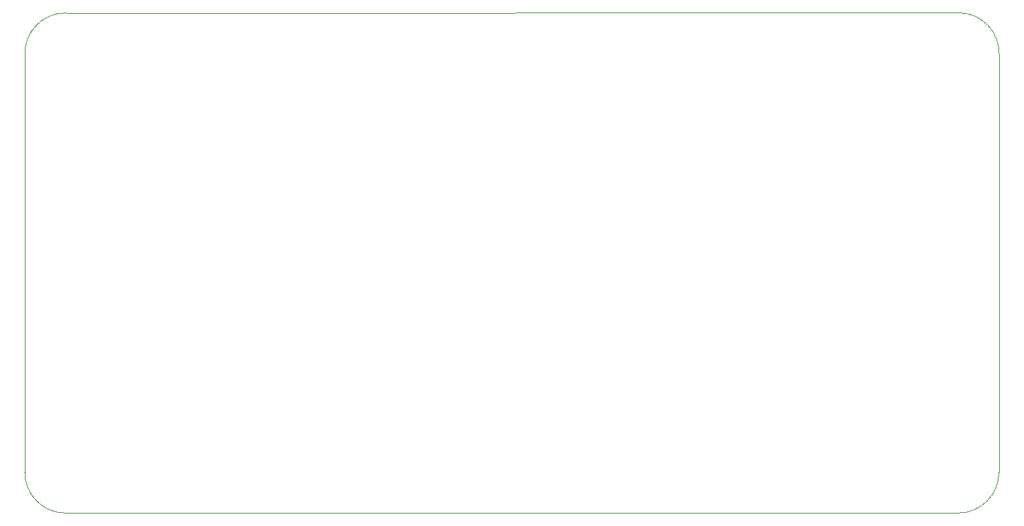
<source format=gbr>
%TF.GenerationSoftware,KiCad,Pcbnew,9.0.0*%
%TF.CreationDate,2025-03-28T18:05:30-06:00*%
%TF.ProjectId,Dark_Passenger_Turret_MCU,4461726b-5f50-4617-9373-656e6765725f,1.0*%
%TF.SameCoordinates,Original*%
%TF.FileFunction,Profile,NP*%
%FSLAX46Y46*%
G04 Gerber Fmt 4.6, Leading zero omitted, Abs format (unit mm)*
G04 Created by KiCad (PCBNEW 9.0.0) date 2025-03-28 18:05:30*
%MOMM*%
%LPD*%
G01*
G04 APERTURE LIST*
%TA.AperFunction,Profile*%
%ADD10C,0.100000*%
%TD*%
G04 APERTURE END LIST*
D10*
X41402196Y-31063139D02*
X41402204Y-82412144D01*
X160769497Y-82412056D02*
X160794902Y-31037822D01*
X160769497Y-82412056D02*
G75*
G02*
X155769563Y-87412097I-4999997J-44D01*
G01*
X46402205Y-87412057D02*
G75*
G02*
X41402203Y-82412144I-45J4999957D01*
G01*
X41402196Y-31063139D02*
G75*
G02*
X46402174Y-26063136I4999994J9D01*
G01*
X155794901Y-26037691D02*
X46402174Y-26063139D01*
X155794901Y-26037691D02*
G75*
G02*
X160794909Y-31037822I-101J-5000109D01*
G01*
X46402205Y-87412057D02*
X155769563Y-87412056D01*
M02*

</source>
